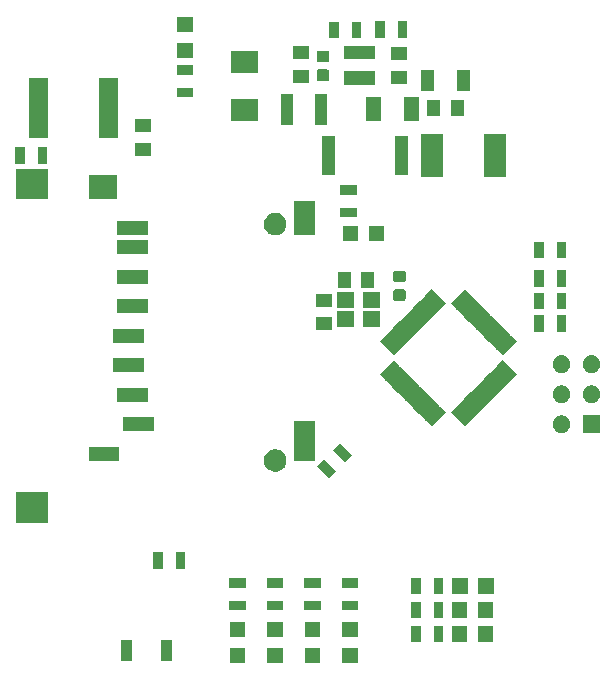
<source format=gbr>
G04 #@! TF.GenerationSoftware,KiCad,Pcbnew,5.1.4-e60b266~84~ubuntu18.04.1*
G04 #@! TF.CreationDate,2019-12-09T21:46:42-05:00*
G04 #@! TF.ProjectId,Accelerometer_Module,41636365-6c65-4726-9f6d-657465725f4d,rev?*
G04 #@! TF.SameCoordinates,Original*
G04 #@! TF.FileFunction,Soldermask,Top*
G04 #@! TF.FilePolarity,Negative*
%FSLAX46Y46*%
G04 Gerber Fmt 4.6, Leading zero omitted, Abs format (unit mm)*
G04 Created by KiCad (PCBNEW 5.1.4-e60b266~84~ubuntu18.04.1) date 2019-12-09 21:46:42*
%MOMM*%
%LPD*%
G04 APERTURE LIST*
%ADD10C,0.100000*%
G04 APERTURE END LIST*
D10*
G36*
X78248000Y-145091000D02*
G01*
X76946000Y-145091000D01*
X76946000Y-143789000D01*
X78248000Y-143789000D01*
X78248000Y-145091000D01*
X78248000Y-145091000D01*
G37*
G36*
X75073000Y-145091000D02*
G01*
X73771000Y-145091000D01*
X73771000Y-143789000D01*
X75073000Y-143789000D01*
X75073000Y-145091000D01*
X75073000Y-145091000D01*
G37*
G36*
X68723000Y-145091000D02*
G01*
X67421000Y-145091000D01*
X67421000Y-143789000D01*
X68723000Y-143789000D01*
X68723000Y-145091000D01*
X68723000Y-145091000D01*
G37*
G36*
X71898000Y-145091000D02*
G01*
X70596000Y-145091000D01*
X70596000Y-143789000D01*
X71898000Y-143789000D01*
X71898000Y-145091000D01*
X71898000Y-145091000D01*
G37*
G36*
X62525000Y-144919000D02*
G01*
X61623000Y-144919000D01*
X61623000Y-143117000D01*
X62525000Y-143117000D01*
X62525000Y-144919000D01*
X62525000Y-144919000D01*
G37*
G36*
X59125000Y-144919000D02*
G01*
X58223000Y-144919000D01*
X58223000Y-143117000D01*
X59125000Y-143117000D01*
X59125000Y-144919000D01*
X59125000Y-144919000D01*
G37*
G36*
X83586000Y-143322000D02*
G01*
X82784000Y-143322000D01*
X82784000Y-141920000D01*
X83586000Y-141920000D01*
X83586000Y-143322000D01*
X83586000Y-143322000D01*
G37*
G36*
X85486000Y-143322000D02*
G01*
X84684000Y-143322000D01*
X84684000Y-141920000D01*
X85486000Y-141920000D01*
X85486000Y-143322000D01*
X85486000Y-143322000D01*
G37*
G36*
X87519000Y-143272000D02*
G01*
X86217000Y-143272000D01*
X86217000Y-141970000D01*
X87519000Y-141970000D01*
X87519000Y-143272000D01*
X87519000Y-143272000D01*
G37*
G36*
X89719000Y-143272000D02*
G01*
X88417000Y-143272000D01*
X88417000Y-141970000D01*
X89719000Y-141970000D01*
X89719000Y-143272000D01*
X89719000Y-143272000D01*
G37*
G36*
X71898000Y-142891000D02*
G01*
X70596000Y-142891000D01*
X70596000Y-141589000D01*
X71898000Y-141589000D01*
X71898000Y-142891000D01*
X71898000Y-142891000D01*
G37*
G36*
X68723000Y-142891000D02*
G01*
X67421000Y-142891000D01*
X67421000Y-141589000D01*
X68723000Y-141589000D01*
X68723000Y-142891000D01*
X68723000Y-142891000D01*
G37*
G36*
X75073000Y-142891000D02*
G01*
X73771000Y-142891000D01*
X73771000Y-141589000D01*
X75073000Y-141589000D01*
X75073000Y-142891000D01*
X75073000Y-142891000D01*
G37*
G36*
X78248000Y-142891000D02*
G01*
X76946000Y-142891000D01*
X76946000Y-141589000D01*
X78248000Y-141589000D01*
X78248000Y-142891000D01*
X78248000Y-142891000D01*
G37*
G36*
X83591000Y-141290000D02*
G01*
X82789000Y-141290000D01*
X82789000Y-139888000D01*
X83591000Y-139888000D01*
X83591000Y-141290000D01*
X83591000Y-141290000D01*
G37*
G36*
X85491000Y-141290000D02*
G01*
X84689000Y-141290000D01*
X84689000Y-139888000D01*
X85491000Y-139888000D01*
X85491000Y-141290000D01*
X85491000Y-141290000D01*
G37*
G36*
X87519000Y-141240000D02*
G01*
X86217000Y-141240000D01*
X86217000Y-139938000D01*
X87519000Y-139938000D01*
X87519000Y-141240000D01*
X87519000Y-141240000D01*
G37*
G36*
X89719000Y-141240000D02*
G01*
X88417000Y-141240000D01*
X88417000Y-139938000D01*
X89719000Y-139938000D01*
X89719000Y-141240000D01*
X89719000Y-141240000D01*
G37*
G36*
X78298000Y-140609000D02*
G01*
X76896000Y-140609000D01*
X76896000Y-139807000D01*
X78298000Y-139807000D01*
X78298000Y-140609000D01*
X78298000Y-140609000D01*
G37*
G36*
X71948000Y-140609000D02*
G01*
X70546000Y-140609000D01*
X70546000Y-139807000D01*
X71948000Y-139807000D01*
X71948000Y-140609000D01*
X71948000Y-140609000D01*
G37*
G36*
X75123000Y-140604000D02*
G01*
X73721000Y-140604000D01*
X73721000Y-139802000D01*
X75123000Y-139802000D01*
X75123000Y-140604000D01*
X75123000Y-140604000D01*
G37*
G36*
X68773000Y-140604000D02*
G01*
X67371000Y-140604000D01*
X67371000Y-139802000D01*
X68773000Y-139802000D01*
X68773000Y-140604000D01*
X68773000Y-140604000D01*
G37*
G36*
X83586000Y-139258000D02*
G01*
X82784000Y-139258000D01*
X82784000Y-137856000D01*
X83586000Y-137856000D01*
X83586000Y-139258000D01*
X83586000Y-139258000D01*
G37*
G36*
X85486000Y-139258000D02*
G01*
X84684000Y-139258000D01*
X84684000Y-137856000D01*
X85486000Y-137856000D01*
X85486000Y-139258000D01*
X85486000Y-139258000D01*
G37*
G36*
X87562000Y-139208000D02*
G01*
X86260000Y-139208000D01*
X86260000Y-137906000D01*
X87562000Y-137906000D01*
X87562000Y-139208000D01*
X87562000Y-139208000D01*
G37*
G36*
X89762000Y-139208000D02*
G01*
X88460000Y-139208000D01*
X88460000Y-137906000D01*
X89762000Y-137906000D01*
X89762000Y-139208000D01*
X89762000Y-139208000D01*
G37*
G36*
X78298000Y-138709000D02*
G01*
X76896000Y-138709000D01*
X76896000Y-137907000D01*
X78298000Y-137907000D01*
X78298000Y-138709000D01*
X78298000Y-138709000D01*
G37*
G36*
X71948000Y-138709000D02*
G01*
X70546000Y-138709000D01*
X70546000Y-137907000D01*
X71948000Y-137907000D01*
X71948000Y-138709000D01*
X71948000Y-138709000D01*
G37*
G36*
X68773000Y-138704000D02*
G01*
X67371000Y-138704000D01*
X67371000Y-137902000D01*
X68773000Y-137902000D01*
X68773000Y-138704000D01*
X68773000Y-138704000D01*
G37*
G36*
X75123000Y-138704000D02*
G01*
X73721000Y-138704000D01*
X73721000Y-137902000D01*
X75123000Y-137902000D01*
X75123000Y-138704000D01*
X75123000Y-138704000D01*
G37*
G36*
X63647000Y-137099000D02*
G01*
X62845000Y-137099000D01*
X62845000Y-135697000D01*
X63647000Y-135697000D01*
X63647000Y-137099000D01*
X63647000Y-137099000D01*
G37*
G36*
X61747000Y-137099000D02*
G01*
X60945000Y-137099000D01*
X60945000Y-135697000D01*
X61747000Y-135697000D01*
X61747000Y-137099000D01*
X61747000Y-137099000D01*
G37*
G36*
X52024000Y-133222000D02*
G01*
X49322000Y-133222000D01*
X49322000Y-130620000D01*
X52024000Y-130620000D01*
X52024000Y-133222000D01*
X52024000Y-133222000D01*
G37*
G36*
X76397730Y-128809634D02*
G01*
X75830630Y-129376734D01*
X74839266Y-128385370D01*
X75406366Y-127818270D01*
X76397730Y-128809634D01*
X76397730Y-128809634D01*
G37*
G36*
X71550395Y-127006546D02*
G01*
X71723466Y-127078234D01*
X71723467Y-127078235D01*
X71879227Y-127182310D01*
X72011690Y-127314773D01*
X72011691Y-127314775D01*
X72115766Y-127470534D01*
X72187454Y-127643605D01*
X72224000Y-127827333D01*
X72224000Y-128014667D01*
X72187454Y-128198395D01*
X72115766Y-128371466D01*
X72064081Y-128448818D01*
X72011690Y-128527227D01*
X71879227Y-128659690D01*
X71800818Y-128712081D01*
X71723466Y-128763766D01*
X71550395Y-128835454D01*
X71366667Y-128872000D01*
X71179333Y-128872000D01*
X70995605Y-128835454D01*
X70822534Y-128763766D01*
X70745182Y-128712081D01*
X70666773Y-128659690D01*
X70534310Y-128527227D01*
X70481919Y-128448818D01*
X70430234Y-128371466D01*
X70358546Y-128198395D01*
X70322000Y-128014667D01*
X70322000Y-127827333D01*
X70358546Y-127643605D01*
X70430234Y-127470534D01*
X70534309Y-127314775D01*
X70534310Y-127314773D01*
X70666773Y-127182310D01*
X70822533Y-127078235D01*
X70822534Y-127078234D01*
X70995605Y-127006546D01*
X71179333Y-126970000D01*
X71366667Y-126970000D01*
X71550395Y-127006546D01*
X71550395Y-127006546D01*
G37*
G36*
X77741232Y-127466132D02*
G01*
X77174132Y-128033232D01*
X76182768Y-127041868D01*
X76749868Y-126474768D01*
X77741232Y-127466132D01*
X77741232Y-127466132D01*
G37*
G36*
X58074000Y-127972000D02*
G01*
X55472000Y-127972000D01*
X55472000Y-126770000D01*
X58074000Y-126770000D01*
X58074000Y-127972000D01*
X58074000Y-127972000D01*
G37*
G36*
X74674000Y-127972000D02*
G01*
X72872000Y-127972000D01*
X72872000Y-124570000D01*
X74674000Y-124570000D01*
X74674000Y-127972000D01*
X74674000Y-127972000D01*
G37*
G36*
X95723059Y-124118860D02*
G01*
X95859732Y-124175472D01*
X95982735Y-124257660D01*
X96087340Y-124362265D01*
X96087341Y-124362267D01*
X96169529Y-124485270D01*
X96173712Y-124495369D01*
X96226140Y-124621941D01*
X96255000Y-124767033D01*
X96255000Y-124914967D01*
X96226140Y-125060059D01*
X96169528Y-125196732D01*
X96087340Y-125319735D01*
X95982735Y-125424340D01*
X95859732Y-125506528D01*
X95859731Y-125506529D01*
X95859730Y-125506529D01*
X95723059Y-125563140D01*
X95577968Y-125592000D01*
X95430032Y-125592000D01*
X95284941Y-125563140D01*
X95148270Y-125506529D01*
X95148269Y-125506529D01*
X95148268Y-125506528D01*
X95025265Y-125424340D01*
X94920660Y-125319735D01*
X94838472Y-125196732D01*
X94781860Y-125060059D01*
X94753000Y-124914967D01*
X94753000Y-124767033D01*
X94781860Y-124621941D01*
X94834288Y-124495369D01*
X94838471Y-124485270D01*
X94920659Y-124362267D01*
X94920660Y-124362265D01*
X95025265Y-124257660D01*
X95148268Y-124175472D01*
X95284941Y-124118860D01*
X95430032Y-124090000D01*
X95577968Y-124090000D01*
X95723059Y-124118860D01*
X95723059Y-124118860D01*
G37*
G36*
X98795000Y-125592000D02*
G01*
X97293000Y-125592000D01*
X97293000Y-124090000D01*
X98795000Y-124090000D01*
X98795000Y-125592000D01*
X98795000Y-125592000D01*
G37*
G36*
X60974000Y-125472000D02*
G01*
X58372000Y-125472000D01*
X58372000Y-124270000D01*
X60974000Y-124270000D01*
X60974000Y-125472000D01*
X60974000Y-125472000D01*
G37*
G36*
X81766152Y-119881491D02*
G01*
X81766152Y-119881492D01*
X81782416Y-119897756D01*
X81782422Y-119897761D01*
X81870804Y-119986143D01*
X81870804Y-119986142D01*
X82331838Y-120447176D01*
X82331838Y-120447177D01*
X82420220Y-120535559D01*
X82420225Y-120535565D01*
X82436489Y-120551829D01*
X82436489Y-120551828D01*
X82897523Y-121012862D01*
X82897523Y-121012863D01*
X83002174Y-121117514D01*
X83002174Y-121117513D01*
X83463208Y-121578547D01*
X83463208Y-121578548D01*
X83567860Y-121683200D01*
X83567860Y-121683199D01*
X84028894Y-122144233D01*
X84028894Y-122144234D01*
X84133545Y-122248885D01*
X84133545Y-122248884D01*
X84594579Y-122709918D01*
X84594579Y-122709919D01*
X84610843Y-122726183D01*
X84610849Y-122726188D01*
X84699231Y-122814570D01*
X84699231Y-122814569D01*
X85160265Y-123275603D01*
X85160265Y-123275604D01*
X85248647Y-123363986D01*
X85248652Y-123363992D01*
X85264916Y-123380256D01*
X85264916Y-123380255D01*
X85725950Y-123841289D01*
X84522454Y-125044785D01*
X84061420Y-124583751D01*
X84061421Y-124583751D01*
X83973039Y-124495369D01*
X83973034Y-124495363D01*
X83956770Y-124479099D01*
X83956769Y-124479099D01*
X83495735Y-124018065D01*
X83495736Y-124018065D01*
X83479472Y-124001801D01*
X83479466Y-124001796D01*
X83391084Y-123913414D01*
X83391083Y-123913414D01*
X82930049Y-123452380D01*
X82930050Y-123452380D01*
X82825399Y-123347729D01*
X82825398Y-123347729D01*
X82364364Y-122886695D01*
X82364365Y-122886695D01*
X82259713Y-122782043D01*
X82259712Y-122782043D01*
X81798678Y-122321009D01*
X81798679Y-122321009D01*
X81694028Y-122216358D01*
X81694027Y-122216358D01*
X81232993Y-121755324D01*
X81232994Y-121755324D01*
X81144612Y-121666942D01*
X81144607Y-121666936D01*
X81128343Y-121650672D01*
X81128342Y-121650672D01*
X80667308Y-121189638D01*
X80667309Y-121189638D01*
X80651045Y-121173374D01*
X80651039Y-121173369D01*
X80562657Y-121084987D01*
X80562656Y-121084987D01*
X80101622Y-120623953D01*
X81305118Y-119420457D01*
X81766152Y-119881491D01*
X81766152Y-119881491D01*
G37*
G36*
X91736358Y-120623953D02*
G01*
X91275324Y-121084987D01*
X91170672Y-121189638D01*
X90709638Y-121650672D01*
X90604987Y-121755324D01*
X88446897Y-123913414D01*
X88342245Y-124018065D01*
X87881211Y-124479099D01*
X87776560Y-124583751D01*
X87315526Y-125044785D01*
X86112030Y-123841289D01*
X86573064Y-123380255D01*
X86573065Y-123380256D01*
X86589329Y-123363992D01*
X86589338Y-123363981D01*
X86677716Y-123275604D01*
X86677715Y-123275603D01*
X87138749Y-122814569D01*
X87138750Y-122814570D01*
X87227127Y-122726192D01*
X87227138Y-122726183D01*
X87243402Y-122709919D01*
X87243401Y-122709918D01*
X87704435Y-122248884D01*
X87704436Y-122248885D01*
X87792823Y-122160497D01*
X87809087Y-122144234D01*
X87809086Y-122144233D01*
X88270120Y-121683199D01*
X88270121Y-121683200D01*
X88374773Y-121578548D01*
X88374772Y-121578547D01*
X88835806Y-121117513D01*
X88835807Y-121117514D01*
X88924194Y-121029126D01*
X88940458Y-121012863D01*
X88940457Y-121012862D01*
X89401491Y-120551828D01*
X89401492Y-120551829D01*
X89417756Y-120535565D01*
X89417765Y-120535554D01*
X89506143Y-120447177D01*
X89506142Y-120447176D01*
X89967176Y-119986142D01*
X89967177Y-119986143D01*
X90055554Y-119897765D01*
X90055565Y-119897756D01*
X90071829Y-119881492D01*
X90071828Y-119881491D01*
X90532862Y-119420457D01*
X91736358Y-120623953D01*
X91736358Y-120623953D01*
G37*
G36*
X95721485Y-121578547D02*
G01*
X95723059Y-121578860D01*
X95859732Y-121635472D01*
X95982735Y-121717660D01*
X96087340Y-121822265D01*
X96087341Y-121822267D01*
X96169529Y-121945270D01*
X96226140Y-122081941D01*
X96241766Y-122160497D01*
X96255000Y-122227033D01*
X96255000Y-122374967D01*
X96226140Y-122520059D01*
X96169528Y-122656732D01*
X96087340Y-122779735D01*
X95982735Y-122884340D01*
X95859732Y-122966528D01*
X95859731Y-122966529D01*
X95859730Y-122966529D01*
X95723059Y-123023140D01*
X95577968Y-123052000D01*
X95430032Y-123052000D01*
X95284941Y-123023140D01*
X95148270Y-122966529D01*
X95148269Y-122966529D01*
X95148268Y-122966528D01*
X95025265Y-122884340D01*
X94920660Y-122779735D01*
X94838472Y-122656732D01*
X94781860Y-122520059D01*
X94753000Y-122374967D01*
X94753000Y-122227033D01*
X94766235Y-122160497D01*
X94781860Y-122081941D01*
X94838471Y-121945270D01*
X94920659Y-121822267D01*
X94920660Y-121822265D01*
X95025265Y-121717660D01*
X95148268Y-121635472D01*
X95284941Y-121578860D01*
X95286515Y-121578547D01*
X95430032Y-121550000D01*
X95577968Y-121550000D01*
X95721485Y-121578547D01*
X95721485Y-121578547D01*
G37*
G36*
X98261485Y-121578547D02*
G01*
X98263059Y-121578860D01*
X98399732Y-121635472D01*
X98522735Y-121717660D01*
X98627340Y-121822265D01*
X98627341Y-121822267D01*
X98709529Y-121945270D01*
X98766140Y-122081941D01*
X98781766Y-122160497D01*
X98795000Y-122227033D01*
X98795000Y-122374967D01*
X98766140Y-122520059D01*
X98709528Y-122656732D01*
X98627340Y-122779735D01*
X98522735Y-122884340D01*
X98399732Y-122966528D01*
X98399731Y-122966529D01*
X98399730Y-122966529D01*
X98263059Y-123023140D01*
X98117968Y-123052000D01*
X97970032Y-123052000D01*
X97824941Y-123023140D01*
X97688270Y-122966529D01*
X97688269Y-122966529D01*
X97688268Y-122966528D01*
X97565265Y-122884340D01*
X97460660Y-122779735D01*
X97378472Y-122656732D01*
X97321860Y-122520059D01*
X97293000Y-122374967D01*
X97293000Y-122227033D01*
X97306235Y-122160497D01*
X97321860Y-122081941D01*
X97378471Y-121945270D01*
X97460659Y-121822267D01*
X97460660Y-121822265D01*
X97565265Y-121717660D01*
X97688268Y-121635472D01*
X97824941Y-121578860D01*
X97826515Y-121578547D01*
X97970032Y-121550000D01*
X98117968Y-121550000D01*
X98261485Y-121578547D01*
X98261485Y-121578547D01*
G37*
G36*
X60474000Y-122972000D02*
G01*
X57872000Y-122972000D01*
X57872000Y-121770000D01*
X60474000Y-121770000D01*
X60474000Y-122972000D01*
X60474000Y-122972000D01*
G37*
G36*
X95700516Y-119034376D02*
G01*
X95723059Y-119038860D01*
X95859732Y-119095472D01*
X95982735Y-119177660D01*
X96087340Y-119282265D01*
X96169528Y-119405268D01*
X96226140Y-119541941D01*
X96255000Y-119687033D01*
X96255000Y-119834967D01*
X96226140Y-119980059D01*
X96169528Y-120116732D01*
X96087340Y-120239735D01*
X95982735Y-120344340D01*
X95859732Y-120426528D01*
X95859731Y-120426529D01*
X95859730Y-120426529D01*
X95723059Y-120483140D01*
X95577968Y-120512000D01*
X95430032Y-120512000D01*
X95284941Y-120483140D01*
X95148270Y-120426529D01*
X95148269Y-120426529D01*
X95148268Y-120426528D01*
X95025265Y-120344340D01*
X94920660Y-120239735D01*
X94838472Y-120116732D01*
X94781860Y-119980059D01*
X94753000Y-119834967D01*
X94753000Y-119687033D01*
X94781860Y-119541941D01*
X94838472Y-119405268D01*
X94920660Y-119282265D01*
X95025265Y-119177660D01*
X95148268Y-119095472D01*
X95284941Y-119038860D01*
X95307484Y-119034376D01*
X95430032Y-119010000D01*
X95577968Y-119010000D01*
X95700516Y-119034376D01*
X95700516Y-119034376D01*
G37*
G36*
X98240516Y-119034376D02*
G01*
X98263059Y-119038860D01*
X98399732Y-119095472D01*
X98522735Y-119177660D01*
X98627340Y-119282265D01*
X98709528Y-119405268D01*
X98766140Y-119541941D01*
X98795000Y-119687033D01*
X98795000Y-119834967D01*
X98766140Y-119980059D01*
X98709528Y-120116732D01*
X98627340Y-120239735D01*
X98522735Y-120344340D01*
X98399732Y-120426528D01*
X98399731Y-120426529D01*
X98399730Y-120426529D01*
X98263059Y-120483140D01*
X98117968Y-120512000D01*
X97970032Y-120512000D01*
X97824941Y-120483140D01*
X97688270Y-120426529D01*
X97688269Y-120426529D01*
X97688268Y-120426528D01*
X97565265Y-120344340D01*
X97460660Y-120239735D01*
X97378472Y-120116732D01*
X97321860Y-119980059D01*
X97293000Y-119834967D01*
X97293000Y-119687033D01*
X97321860Y-119541941D01*
X97378472Y-119405268D01*
X97460660Y-119282265D01*
X97565265Y-119177660D01*
X97688268Y-119095472D01*
X97824941Y-119038860D01*
X97847484Y-119034376D01*
X97970032Y-119010000D01*
X98117968Y-119010000D01*
X98240516Y-119034376D01*
X98240516Y-119034376D01*
G37*
G36*
X60174000Y-120472000D02*
G01*
X57572000Y-120472000D01*
X57572000Y-119270000D01*
X60174000Y-119270000D01*
X60174000Y-120472000D01*
X60174000Y-120472000D01*
G37*
G36*
X85725950Y-114613545D02*
G01*
X85248652Y-115090843D01*
X85160265Y-115179231D01*
X84699231Y-115640265D01*
X84610843Y-115728652D01*
X84133545Y-116205950D01*
X84045157Y-116294337D01*
X84028894Y-116310601D01*
X83002174Y-117337321D01*
X82913786Y-117425708D01*
X82897523Y-117441972D01*
X82420225Y-117919270D01*
X82331838Y-118007658D01*
X81870804Y-118468692D01*
X81782416Y-118557079D01*
X81305118Y-119034377D01*
X80101622Y-117830881D01*
X80562656Y-117369847D01*
X80562657Y-117369848D01*
X80651034Y-117281470D01*
X80651045Y-117281461D01*
X80667309Y-117265197D01*
X80667308Y-117265196D01*
X81128342Y-116804162D01*
X81128343Y-116804163D01*
X81144607Y-116787899D01*
X81144616Y-116787888D01*
X81232994Y-116699511D01*
X81232993Y-116699510D01*
X81694027Y-116238476D01*
X81694028Y-116238477D01*
X81798679Y-116133826D01*
X81798678Y-116133825D01*
X82259712Y-115672791D01*
X82259713Y-115672792D01*
X82364365Y-115568140D01*
X82364364Y-115568139D01*
X82825398Y-115107105D01*
X82825399Y-115107106D01*
X82930050Y-115002455D01*
X82930049Y-115002454D01*
X83391083Y-114541420D01*
X83391084Y-114541421D01*
X83479461Y-114453043D01*
X83479472Y-114453034D01*
X83495736Y-114436770D01*
X83495735Y-114436769D01*
X83956769Y-113975735D01*
X83956770Y-113975736D01*
X83973034Y-113959472D01*
X83973043Y-113959461D01*
X84061421Y-113871084D01*
X84061420Y-113871083D01*
X84522454Y-113410049D01*
X85725950Y-114613545D01*
X85725950Y-114613545D01*
G37*
G36*
X87776560Y-113871083D02*
G01*
X87776560Y-113871084D01*
X87864942Y-113959466D01*
X87864947Y-113959472D01*
X87881211Y-113975736D01*
X87881211Y-113975735D01*
X88342245Y-114436769D01*
X88342245Y-114436770D01*
X88358509Y-114453034D01*
X88358515Y-114453039D01*
X88446897Y-114541421D01*
X88446897Y-114541420D01*
X88907931Y-115002454D01*
X88907931Y-115002455D01*
X89012582Y-115107106D01*
X89012582Y-115107105D01*
X89473616Y-115568139D01*
X89473616Y-115568140D01*
X89578268Y-115672792D01*
X89578268Y-115672791D01*
X90039302Y-116133825D01*
X90039302Y-116133826D01*
X90143953Y-116238477D01*
X90143953Y-116238476D01*
X90604987Y-116699510D01*
X90604987Y-116699511D01*
X90693369Y-116787893D01*
X90693374Y-116787899D01*
X90709638Y-116804163D01*
X90709638Y-116804162D01*
X91170672Y-117265196D01*
X91170672Y-117265197D01*
X91186936Y-117281461D01*
X91186942Y-117281466D01*
X91275324Y-117369848D01*
X91275324Y-117369847D01*
X91736358Y-117830881D01*
X90532862Y-119034377D01*
X90071828Y-118573343D01*
X90071829Y-118573343D01*
X90055565Y-118557079D01*
X90055559Y-118557074D01*
X89967177Y-118468692D01*
X89967176Y-118468692D01*
X89506142Y-118007658D01*
X89506143Y-118007658D01*
X89417761Y-117919276D01*
X89417756Y-117919270D01*
X89401492Y-117903006D01*
X89401491Y-117903006D01*
X88940457Y-117441972D01*
X88940458Y-117441972D01*
X88835807Y-117337321D01*
X88835806Y-117337321D01*
X88374772Y-116876287D01*
X88374773Y-116876287D01*
X88270121Y-116771635D01*
X88270120Y-116771635D01*
X87809086Y-116310601D01*
X87809087Y-116310601D01*
X87704436Y-116205950D01*
X87704435Y-116205950D01*
X87243401Y-115744916D01*
X87243402Y-115744916D01*
X87227138Y-115728652D01*
X87227132Y-115728647D01*
X87138750Y-115640265D01*
X87138749Y-115640265D01*
X86677715Y-115179231D01*
X86677716Y-115179231D01*
X86589334Y-115090849D01*
X86589329Y-115090843D01*
X86573065Y-115074579D01*
X86573064Y-115074579D01*
X86112030Y-114613545D01*
X87315526Y-113410049D01*
X87776560Y-113871083D01*
X87776560Y-113871083D01*
G37*
G36*
X60174000Y-117972000D02*
G01*
X57572000Y-117972000D01*
X57572000Y-116770000D01*
X60174000Y-116770000D01*
X60174000Y-117972000D01*
X60174000Y-117972000D01*
G37*
G36*
X94005000Y-117033000D02*
G01*
X93203000Y-117033000D01*
X93203000Y-115631000D01*
X94005000Y-115631000D01*
X94005000Y-117033000D01*
X94005000Y-117033000D01*
G37*
G36*
X95905000Y-117033000D02*
G01*
X95103000Y-117033000D01*
X95103000Y-115631000D01*
X95905000Y-115631000D01*
X95905000Y-117033000D01*
X95905000Y-117033000D01*
G37*
G36*
X76088600Y-116901800D02*
G01*
X74736600Y-116901800D01*
X74736600Y-115799800D01*
X76088600Y-115799800D01*
X76088600Y-116901800D01*
X76088600Y-116901800D01*
G37*
G36*
X77967000Y-116602000D02*
G01*
X76465000Y-116602000D01*
X76465000Y-115300000D01*
X77967000Y-115300000D01*
X77967000Y-116602000D01*
X77967000Y-116602000D01*
G37*
G36*
X80167000Y-116602000D02*
G01*
X78665000Y-116602000D01*
X78665000Y-115300000D01*
X80167000Y-115300000D01*
X80167000Y-116602000D01*
X80167000Y-116602000D01*
G37*
G36*
X60474000Y-115472000D02*
G01*
X57872000Y-115472000D01*
X57872000Y-114270000D01*
X60474000Y-114270000D01*
X60474000Y-115472000D01*
X60474000Y-115472000D01*
G37*
G36*
X94000000Y-115128000D02*
G01*
X93198000Y-115128000D01*
X93198000Y-113726000D01*
X94000000Y-113726000D01*
X94000000Y-115128000D01*
X94000000Y-115128000D01*
G37*
G36*
X95900000Y-115128000D02*
G01*
X95098000Y-115128000D01*
X95098000Y-113726000D01*
X95900000Y-113726000D01*
X95900000Y-115128000D01*
X95900000Y-115128000D01*
G37*
G36*
X80167000Y-115002000D02*
G01*
X78665000Y-115002000D01*
X78665000Y-113700000D01*
X80167000Y-113700000D01*
X80167000Y-115002000D01*
X80167000Y-115002000D01*
G37*
G36*
X77967000Y-115002000D02*
G01*
X76465000Y-115002000D01*
X76465000Y-113700000D01*
X77967000Y-113700000D01*
X77967000Y-115002000D01*
X77967000Y-115002000D01*
G37*
G36*
X76088600Y-114901800D02*
G01*
X74736600Y-114901800D01*
X74736600Y-113799800D01*
X76088600Y-113799800D01*
X76088600Y-114901800D01*
X76088600Y-114901800D01*
G37*
G36*
X82167591Y-113434585D02*
G01*
X82201569Y-113444893D01*
X82232890Y-113461634D01*
X82260339Y-113484161D01*
X82282866Y-113511610D01*
X82299607Y-113542931D01*
X82309915Y-113576909D01*
X82314000Y-113618390D01*
X82314000Y-114219610D01*
X82309915Y-114261091D01*
X82299607Y-114295069D01*
X82282866Y-114326390D01*
X82260339Y-114353839D01*
X82232890Y-114376366D01*
X82201569Y-114393107D01*
X82167591Y-114403415D01*
X82126110Y-114407500D01*
X81449890Y-114407500D01*
X81408409Y-114403415D01*
X81374431Y-114393107D01*
X81343110Y-114376366D01*
X81315661Y-114353839D01*
X81293134Y-114326390D01*
X81276393Y-114295069D01*
X81266085Y-114261091D01*
X81262000Y-114219610D01*
X81262000Y-113618390D01*
X81266085Y-113576909D01*
X81276393Y-113542931D01*
X81293134Y-113511610D01*
X81315661Y-113484161D01*
X81343110Y-113461634D01*
X81374431Y-113444893D01*
X81408409Y-113434585D01*
X81449890Y-113430500D01*
X82126110Y-113430500D01*
X82167591Y-113434585D01*
X82167591Y-113434585D01*
G37*
G36*
X77672000Y-113325000D02*
G01*
X76570000Y-113325000D01*
X76570000Y-111973000D01*
X77672000Y-111973000D01*
X77672000Y-113325000D01*
X77672000Y-113325000D01*
G37*
G36*
X79672000Y-113325000D02*
G01*
X78570000Y-113325000D01*
X78570000Y-111973000D01*
X79672000Y-111973000D01*
X79672000Y-113325000D01*
X79672000Y-113325000D01*
G37*
G36*
X94005000Y-113223000D02*
G01*
X93203000Y-113223000D01*
X93203000Y-111821000D01*
X94005000Y-111821000D01*
X94005000Y-113223000D01*
X94005000Y-113223000D01*
G37*
G36*
X95905000Y-113223000D02*
G01*
X95103000Y-113223000D01*
X95103000Y-111821000D01*
X95905000Y-111821000D01*
X95905000Y-113223000D01*
X95905000Y-113223000D01*
G37*
G36*
X60474000Y-112972000D02*
G01*
X57872000Y-112972000D01*
X57872000Y-111770000D01*
X60474000Y-111770000D01*
X60474000Y-112972000D01*
X60474000Y-112972000D01*
G37*
G36*
X82167591Y-111859585D02*
G01*
X82201569Y-111869893D01*
X82232890Y-111886634D01*
X82260339Y-111909161D01*
X82282866Y-111936610D01*
X82299607Y-111967931D01*
X82309915Y-112001909D01*
X82314000Y-112043390D01*
X82314000Y-112644610D01*
X82309915Y-112686091D01*
X82299607Y-112720069D01*
X82282866Y-112751390D01*
X82260339Y-112778839D01*
X82232890Y-112801366D01*
X82201569Y-112818107D01*
X82167591Y-112828415D01*
X82126110Y-112832500D01*
X81449890Y-112832500D01*
X81408409Y-112828415D01*
X81374431Y-112818107D01*
X81343110Y-112801366D01*
X81315661Y-112778839D01*
X81293134Y-112751390D01*
X81276393Y-112720069D01*
X81266085Y-112686091D01*
X81262000Y-112644610D01*
X81262000Y-112043390D01*
X81266085Y-112001909D01*
X81276393Y-111967931D01*
X81293134Y-111936610D01*
X81315661Y-111909161D01*
X81343110Y-111886634D01*
X81374431Y-111869893D01*
X81408409Y-111859585D01*
X81449890Y-111855500D01*
X82126110Y-111855500D01*
X82167591Y-111859585D01*
X82167591Y-111859585D01*
G37*
G36*
X95900000Y-110810000D02*
G01*
X95098000Y-110810000D01*
X95098000Y-109408000D01*
X95900000Y-109408000D01*
X95900000Y-110810000D01*
X95900000Y-110810000D01*
G37*
G36*
X94000000Y-110810000D02*
G01*
X93198000Y-110810000D01*
X93198000Y-109408000D01*
X94000000Y-109408000D01*
X94000000Y-110810000D01*
X94000000Y-110810000D01*
G37*
G36*
X60474000Y-110472000D02*
G01*
X57872000Y-110472000D01*
X57872000Y-109270000D01*
X60474000Y-109270000D01*
X60474000Y-110472000D01*
X60474000Y-110472000D01*
G37*
G36*
X78291000Y-109363000D02*
G01*
X76989000Y-109363000D01*
X76989000Y-108061000D01*
X78291000Y-108061000D01*
X78291000Y-109363000D01*
X78291000Y-109363000D01*
G37*
G36*
X80491000Y-109363000D02*
G01*
X79189000Y-109363000D01*
X79189000Y-108061000D01*
X80491000Y-108061000D01*
X80491000Y-109363000D01*
X80491000Y-109363000D01*
G37*
G36*
X71550395Y-107006546D02*
G01*
X71723466Y-107078234D01*
X71723467Y-107078235D01*
X71879227Y-107182310D01*
X72011690Y-107314773D01*
X72011691Y-107314775D01*
X72115766Y-107470534D01*
X72187454Y-107643605D01*
X72224000Y-107827333D01*
X72224000Y-108014667D01*
X72187454Y-108198395D01*
X72115766Y-108371466D01*
X72115765Y-108371467D01*
X72011690Y-108527227D01*
X71879227Y-108659690D01*
X71800818Y-108712081D01*
X71723466Y-108763766D01*
X71550395Y-108835454D01*
X71366667Y-108872000D01*
X71179333Y-108872000D01*
X70995605Y-108835454D01*
X70822534Y-108763766D01*
X70745182Y-108712081D01*
X70666773Y-108659690D01*
X70534310Y-108527227D01*
X70430235Y-108371467D01*
X70430234Y-108371466D01*
X70358546Y-108198395D01*
X70322000Y-108014667D01*
X70322000Y-107827333D01*
X70358546Y-107643605D01*
X70430234Y-107470534D01*
X70534309Y-107314775D01*
X70534310Y-107314773D01*
X70666773Y-107182310D01*
X70822533Y-107078235D01*
X70822534Y-107078234D01*
X70995605Y-107006546D01*
X71179333Y-106970000D01*
X71366667Y-106970000D01*
X71550395Y-107006546D01*
X71550395Y-107006546D01*
G37*
G36*
X60474000Y-108847000D02*
G01*
X57872000Y-108847000D01*
X57872000Y-107645000D01*
X60474000Y-107645000D01*
X60474000Y-108847000D01*
X60474000Y-108847000D01*
G37*
G36*
X74674000Y-108822000D02*
G01*
X72872000Y-108822000D01*
X72872000Y-105920000D01*
X74674000Y-105920000D01*
X74674000Y-108822000D01*
X74674000Y-108822000D01*
G37*
G36*
X78171000Y-107335000D02*
G01*
X76769000Y-107335000D01*
X76769000Y-106533000D01*
X78171000Y-106533000D01*
X78171000Y-107335000D01*
X78171000Y-107335000D01*
G37*
G36*
X52024000Y-105822000D02*
G01*
X49322000Y-105822000D01*
X49322000Y-103220000D01*
X52024000Y-103220000D01*
X52024000Y-105822000D01*
X52024000Y-105822000D01*
G37*
G36*
X57874000Y-105797000D02*
G01*
X55472000Y-105797000D01*
X55472000Y-103745000D01*
X57874000Y-103745000D01*
X57874000Y-105797000D01*
X57874000Y-105797000D01*
G37*
G36*
X78171000Y-105435000D02*
G01*
X76769000Y-105435000D01*
X76769000Y-104633000D01*
X78171000Y-104633000D01*
X78171000Y-105435000D01*
X78171000Y-105435000D01*
G37*
G36*
X90790300Y-103909000D02*
G01*
X88908300Y-103909000D01*
X88908300Y-100307000D01*
X90790300Y-100307000D01*
X90790300Y-103909000D01*
X90790300Y-103909000D01*
G37*
G36*
X85510300Y-103909000D02*
G01*
X83628300Y-103909000D01*
X83628300Y-100307000D01*
X85510300Y-100307000D01*
X85510300Y-103909000D01*
X85510300Y-103909000D01*
G37*
G36*
X76319200Y-103764080D02*
G01*
X75217200Y-103764080D01*
X75217200Y-100462080D01*
X76319200Y-100462080D01*
X76319200Y-103764080D01*
X76319200Y-103764080D01*
G37*
G36*
X82519200Y-103764080D02*
G01*
X81417200Y-103764080D01*
X81417200Y-100462080D01*
X82519200Y-100462080D01*
X82519200Y-103764080D01*
X82519200Y-103764080D01*
G37*
G36*
X51963000Y-102809000D02*
G01*
X51161000Y-102809000D01*
X51161000Y-101407000D01*
X51963000Y-101407000D01*
X51963000Y-102809000D01*
X51963000Y-102809000D01*
G37*
G36*
X50063000Y-102809000D02*
G01*
X49261000Y-102809000D01*
X49261000Y-101407000D01*
X50063000Y-101407000D01*
X50063000Y-102809000D01*
X50063000Y-102809000D01*
G37*
G36*
X60747000Y-102119000D02*
G01*
X59395000Y-102119000D01*
X59395000Y-101017000D01*
X60747000Y-101017000D01*
X60747000Y-102119000D01*
X60747000Y-102119000D01*
G37*
G36*
X52051000Y-100651000D02*
G01*
X50449000Y-100651000D01*
X50449000Y-95549000D01*
X52051000Y-95549000D01*
X52051000Y-100651000D01*
X52051000Y-100651000D01*
G37*
G36*
X57951000Y-100651000D02*
G01*
X56349000Y-100651000D01*
X56349000Y-95549000D01*
X57951000Y-95549000D01*
X57951000Y-100651000D01*
X57951000Y-100651000D01*
G37*
G36*
X60747000Y-100119000D02*
G01*
X59395000Y-100119000D01*
X59395000Y-99017000D01*
X60747000Y-99017000D01*
X60747000Y-100119000D01*
X60747000Y-100119000D01*
G37*
G36*
X72761800Y-99535500D02*
G01*
X71759800Y-99535500D01*
X71759800Y-96933500D01*
X72761800Y-96933500D01*
X72761800Y-99535500D01*
X72761800Y-99535500D01*
G37*
G36*
X75661800Y-99535500D02*
G01*
X74659800Y-99535500D01*
X74659800Y-96933500D01*
X75661800Y-96933500D01*
X75661800Y-99535500D01*
X75661800Y-99535500D01*
G37*
G36*
X80255000Y-99222000D02*
G01*
X78953000Y-99222000D01*
X78953000Y-97120000D01*
X80255000Y-97120000D01*
X80255000Y-99222000D01*
X80255000Y-99222000D01*
G37*
G36*
X83455000Y-99222000D02*
G01*
X82153000Y-99222000D01*
X82153000Y-97120000D01*
X83455000Y-97120000D01*
X83455000Y-99222000D01*
X83455000Y-99222000D01*
G37*
G36*
X69824800Y-99174500D02*
G01*
X67563800Y-99174500D01*
X67563800Y-97294500D01*
X69824800Y-97294500D01*
X69824800Y-99174500D01*
X69824800Y-99174500D01*
G37*
G36*
X87263300Y-98783500D02*
G01*
X86161300Y-98783500D01*
X86161300Y-97431500D01*
X87263300Y-97431500D01*
X87263300Y-98783500D01*
X87263300Y-98783500D01*
G37*
G36*
X85263300Y-98783500D02*
G01*
X84161300Y-98783500D01*
X84161300Y-97431500D01*
X85263300Y-97431500D01*
X85263300Y-98783500D01*
X85263300Y-98783500D01*
G37*
G36*
X64328000Y-97175000D02*
G01*
X62926000Y-97175000D01*
X62926000Y-96373000D01*
X64328000Y-96373000D01*
X64328000Y-97175000D01*
X64328000Y-97175000D01*
G37*
G36*
X84739300Y-96609000D02*
G01*
X83637300Y-96609000D01*
X83637300Y-94907000D01*
X84739300Y-94907000D01*
X84739300Y-96609000D01*
X84739300Y-96609000D01*
G37*
G36*
X87739300Y-96609000D02*
G01*
X86637300Y-96609000D01*
X86637300Y-94907000D01*
X87739300Y-94907000D01*
X87739300Y-96609000D01*
X87739300Y-96609000D01*
G37*
G36*
X79743600Y-96153800D02*
G01*
X77091600Y-96153800D01*
X77091600Y-94991800D01*
X79743600Y-94991800D01*
X79743600Y-96153800D01*
X79743600Y-96153800D01*
G37*
G36*
X82387800Y-96039000D02*
G01*
X81035800Y-96039000D01*
X81035800Y-94937000D01*
X82387800Y-94937000D01*
X82387800Y-96039000D01*
X82387800Y-96039000D01*
G37*
G36*
X74168360Y-95928000D02*
G01*
X72816360Y-95928000D01*
X72816360Y-94826000D01*
X74168360Y-94826000D01*
X74168360Y-95928000D01*
X74168360Y-95928000D01*
G37*
G36*
X75690591Y-94816585D02*
G01*
X75724569Y-94826893D01*
X75755890Y-94843634D01*
X75783339Y-94866161D01*
X75805866Y-94893610D01*
X75822607Y-94924931D01*
X75832915Y-94958909D01*
X75837000Y-95000390D01*
X75837000Y-95601610D01*
X75832915Y-95643091D01*
X75822607Y-95677069D01*
X75805866Y-95708390D01*
X75783339Y-95735839D01*
X75755890Y-95758366D01*
X75724569Y-95775107D01*
X75690591Y-95785415D01*
X75649110Y-95789500D01*
X74972890Y-95789500D01*
X74931409Y-95785415D01*
X74897431Y-95775107D01*
X74866110Y-95758366D01*
X74838661Y-95735839D01*
X74816134Y-95708390D01*
X74799393Y-95677069D01*
X74789085Y-95643091D01*
X74785000Y-95601610D01*
X74785000Y-95000390D01*
X74789085Y-94958909D01*
X74799393Y-94924931D01*
X74816134Y-94893610D01*
X74838661Y-94866161D01*
X74866110Y-94843634D01*
X74897431Y-94826893D01*
X74931409Y-94816585D01*
X74972890Y-94812500D01*
X75649110Y-94812500D01*
X75690591Y-94816585D01*
X75690591Y-94816585D01*
G37*
G36*
X64328000Y-95275000D02*
G01*
X62926000Y-95275000D01*
X62926000Y-94473000D01*
X64328000Y-94473000D01*
X64328000Y-95275000D01*
X64328000Y-95275000D01*
G37*
G36*
X69824800Y-95110500D02*
G01*
X67563800Y-95110500D01*
X67563800Y-93230500D01*
X69824800Y-93230500D01*
X69824800Y-95110500D01*
X69824800Y-95110500D01*
G37*
G36*
X75690591Y-93241585D02*
G01*
X75724569Y-93251893D01*
X75755890Y-93268634D01*
X75783339Y-93291161D01*
X75805866Y-93318610D01*
X75822607Y-93349931D01*
X75832915Y-93383909D01*
X75837000Y-93425390D01*
X75837000Y-94026610D01*
X75832915Y-94068091D01*
X75822607Y-94102069D01*
X75805866Y-94133390D01*
X75783339Y-94160839D01*
X75755890Y-94183366D01*
X75724569Y-94200107D01*
X75690591Y-94210415D01*
X75649110Y-94214500D01*
X74972890Y-94214500D01*
X74931409Y-94210415D01*
X74897431Y-94200107D01*
X74866110Y-94183366D01*
X74838661Y-94160839D01*
X74816134Y-94133390D01*
X74799393Y-94102069D01*
X74789085Y-94068091D01*
X74785000Y-94026610D01*
X74785000Y-93425390D01*
X74789085Y-93383909D01*
X74799393Y-93349931D01*
X74816134Y-93318610D01*
X74838661Y-93291161D01*
X74866110Y-93268634D01*
X74897431Y-93251893D01*
X74931409Y-93241585D01*
X74972890Y-93237500D01*
X75649110Y-93237500D01*
X75690591Y-93241585D01*
X75690591Y-93241585D01*
G37*
G36*
X82387800Y-94039000D02*
G01*
X81035800Y-94039000D01*
X81035800Y-92937000D01*
X82387800Y-92937000D01*
X82387800Y-94039000D01*
X82387800Y-94039000D01*
G37*
G36*
X79743600Y-93953800D02*
G01*
X77091600Y-93953800D01*
X77091600Y-92791800D01*
X79743600Y-92791800D01*
X79743600Y-93953800D01*
X79743600Y-93953800D01*
G37*
G36*
X74168360Y-93928000D02*
G01*
X72816360Y-93928000D01*
X72816360Y-92826000D01*
X74168360Y-92826000D01*
X74168360Y-93928000D01*
X74168360Y-93928000D01*
G37*
G36*
X64291000Y-93858000D02*
G01*
X62989000Y-93858000D01*
X62989000Y-92556000D01*
X64291000Y-92556000D01*
X64291000Y-93858000D01*
X64291000Y-93858000D01*
G37*
G36*
X78549220Y-92171480D02*
G01*
X77747220Y-92171480D01*
X77747220Y-90769480D01*
X78549220Y-90769480D01*
X78549220Y-92171480D01*
X78549220Y-92171480D01*
G37*
G36*
X76649220Y-92171480D02*
G01*
X75847220Y-92171480D01*
X75847220Y-90769480D01*
X76649220Y-90769480D01*
X76649220Y-92171480D01*
X76649220Y-92171480D01*
G37*
G36*
X80538000Y-92141000D02*
G01*
X79736000Y-92141000D01*
X79736000Y-90739000D01*
X80538000Y-90739000D01*
X80538000Y-92141000D01*
X80538000Y-92141000D01*
G37*
G36*
X82438000Y-92141000D02*
G01*
X81636000Y-92141000D01*
X81636000Y-90739000D01*
X82438000Y-90739000D01*
X82438000Y-92141000D01*
X82438000Y-92141000D01*
G37*
G36*
X64291000Y-91658000D02*
G01*
X62989000Y-91658000D01*
X62989000Y-90356000D01*
X64291000Y-90356000D01*
X64291000Y-91658000D01*
X64291000Y-91658000D01*
G37*
M02*

</source>
